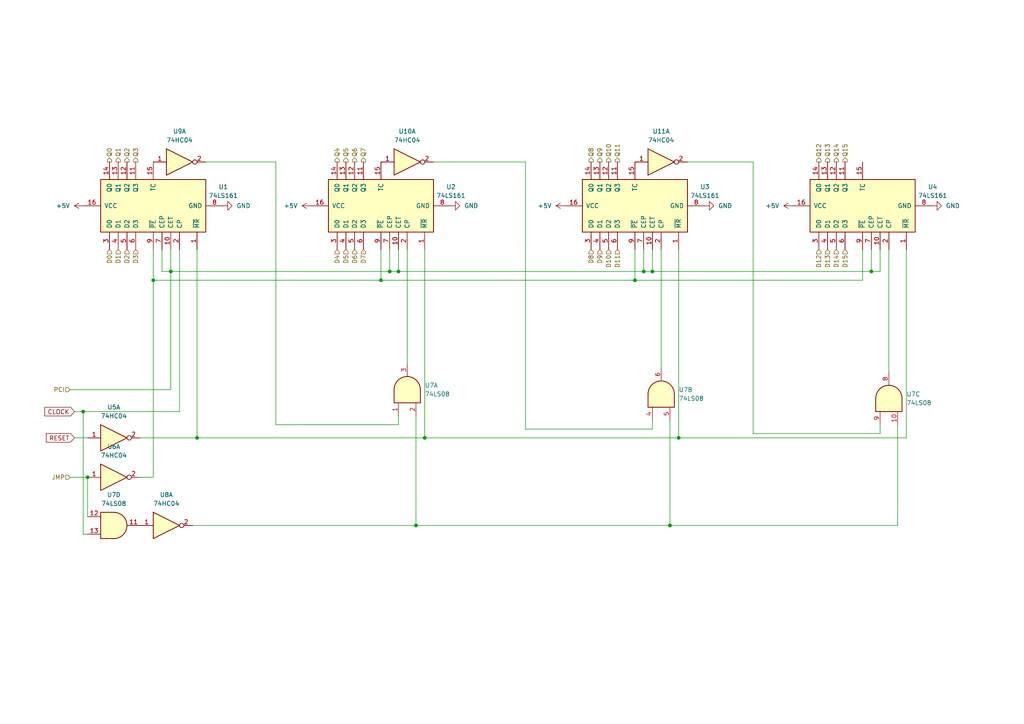
<source format=kicad_sch>
(kicad_sch (version 20231120) (generator "eeschema") (generator_version "8.0")
  (paper "A4")
  (lib_symbols
    (symbol "74xx:74LS04"
      (property "Reference" "U" (at 0 1.27 0))
      (property "Value" "74LS04" (at 0 -1.27 0))
      (symbol "74LS04_1_0"
        (polyline (pts (xy -3.81 3.81) (xy -3.81 -3.81) (xy 3.81 0) (xy -3.81 3.81)) (stroke (width 0.254)) (fill (type background)))
        (pin input line (at -7.62 0 0) (length 3.81) (name "~") (number "1"))
        (pin output inverted (at 7.62 0 180) (length 3.81) (name "~") (number "2"))
      )
      (symbol "74LS04_2_0"
        (polyline (pts (xy -3.81 3.81) (xy -3.81 -3.81) (xy 3.81 0) (xy -3.81 3.81)) (stroke (width 0.254)) (fill (type background)))
        (pin input line (at -7.62 0 0) (length 3.81) (name "~") (number "3"))
        (pin output inverted (at 7.62 0 180) (length 3.81) (name "~") (number "4"))
      )
      (symbol "74LS04_3_0"
        (polyline (pts (xy -3.81 3.81) (xy -3.81 -3.81) (xy 3.81 0) (xy -3.81 3.81)) (stroke (width 0.254)) (fill (type background)))
        (pin input line (at -7.62 0 0) (length 3.81) (name "~") (number "5"))
        (pin output inverted (at 7.62 0 180) (length 3.81) (name "~") (number "6"))
      )
      (symbol "74LS04_4_0"
        (polyline (pts (xy -3.81 3.81) (xy -3.81 -3.81) (xy 3.81 0) (xy -3.81 3.81)) (stroke (width 0.254)) (fill (type background)))
        (pin output inverted (at 7.62 0 180) (length 3.81) (name "~") (number "8"))
        (pin input line (at -7.62 0 0) (length 3.81) (name "~") (number "9"))
      )
      (symbol "74LS04_5_0"
        (polyline (pts (xy -3.81 3.81) (xy -3.81 -3.81) (xy 3.81 0) (xy -3.81 3.81)) (stroke (width 0.254)) (fill (type background)))
        (pin output inverted (at 7.62 0 180) (length 3.81) (name "~") (number "10"))
        (pin input line (at -7.62 0 0) (length 3.81) (name "~") (number "11"))
      )
      (symbol "74LS04_6_0"
        (polyline (pts (xy -3.81 3.81) (xy -3.81 -3.81) (xy 3.81 0) (xy -3.81 3.81)) (stroke (width 0.254)) (fill (type background)))
        (pin output inverted (at 7.62 0 180) (length 3.81) (name "~") (number "12"))
        (pin input line (at -7.62 0 0) (length 3.81) (name "~") (number "13"))
      )
      (symbol "74LS04_7_0"
        (pin power_in line (at 0 12.7 270) (length 5.08) (name "VCC") (number "14"))
        (pin power_in line (at 0 -12.7 90) (length 5.08) (name "GND") (number "7"))
      )
      (symbol "74LS04_7_1"
        (rectangle (start -5.08 7.62) (end 5.08 -7.62) (stroke (width 0.254)) (fill (type background)))
      )
    )
    (symbol "74xx:74LS08" (pin_names (offset 1.016))
      (property "Reference" "U" (at 0 1.27 0))
      (property "Value" "74LS08" (at 0 -1.27 0))
      (symbol "74LS08_1_1"
        (arc (start 0 -3.81) (mid 3.7934 0) (end 0 3.81) (stroke (width 0.254)) (fill (type background)))
        (polyline (pts (xy 0 3.81) (xy -3.81 3.81) (xy -3.81 -3.81) (xy 0 -3.81)) (stroke (width 0.254)) (fill (type background)))
        (pin input line (at -7.62 2.54 0) (length 3.81) (name "~") (number "1"))
        (pin input line (at -7.62 -2.54 0) (length 3.81) (name "~") (number "2"))
        (pin output line (at 7.62 0 180) (length 3.81) (name "~") (number "3"))
      )
      (symbol "74LS08_1_2"
        (arc (start -3.81 -3.81) (mid -2.589 0) (end -3.81 3.81) (stroke (width 0.254)))
        (arc (start -0.6096 -3.81) (mid 2.1842 -2.5851) (end 3.81 0) (stroke (width 0.254)) (fill (type background)))
        (polyline (pts (xy -3.81 -3.81) (xy -0.635 -3.81)) (stroke (width 0.254)) (fill (type background)))
        (polyline (pts (xy -3.81 3.81) (xy -0.635 3.81)) (stroke (width 0.254)) (fill (type background)))
        (polyline (pts (xy -0.635 3.81) (xy -3.81 3.81) (xy -3.81 3.81) (xy -3.556 3.4036) (xy -3.0226 2.2606) (xy -2.6924 1.0414) (xy -2.6162 -0.254) (xy -2.7686 -1.4986) (xy -3.175 -2.7178) (xy -3.81 -3.81) (xy -3.81 -3.81) (xy -0.635 -3.81)) (stroke (width -25.4)) (fill (type background)))
        (arc (start 3.81 0) (mid 2.1915 2.5936) (end -0.6096 3.81) (stroke (width 0.254)) (fill (type background)))
        (pin input inverted (at -7.62 2.54 0) (length 4.318) (name "~") (number "1"))
        (pin input inverted (at -7.62 -2.54 0) (length 4.318) (name "~") (number "2"))
        (pin output inverted (at 7.62 0 180) (length 3.81) (name "~") (number "3"))
      )
      (symbol "74LS08_2_1"
        (arc (start 0 -3.81) (mid 3.7934 0) (end 0 3.81) (stroke (width 0.254)) (fill (type background)))
        (polyline (pts (xy 0 3.81) (xy -3.81 3.81) (xy -3.81 -3.81) (xy 0 -3.81)) (stroke (width 0.254)) (fill (type background)))
        (pin input line (at -7.62 2.54 0) (length 3.81) (name "~") (number "4"))
        (pin input line (at -7.62 -2.54 0) (length 3.81) (name "~") (number "5"))
        (pin output line (at 7.62 0 180) (length 3.81) (name "~") (number "6"))
      )
      (symbol "74LS08_2_2"
        (arc (start -3.81 -3.81) (mid -2.589 0) (end -3.81 3.81) (stroke (width 0.254)))
        (arc (start -0.6096 -3.81) (mid 2.1842 -2.5851) (end 3.81 0) (stroke (width 0.254)) (fill (type background)))
        (polyline (pts (xy -3.81 -3.81) (xy -0.635 -3.81)) (stroke (width 0.254)) (fill (type background)))
        (polyline (pts (xy -3.81 3.81) (xy -0.635 3.81)) (stroke (width 0.254)) (fill (type background)))
        (polyline (pts (xy -0.635 3.81) (xy -3.81 3.81) (xy -3.81 3.81) (xy -3.556 3.4036) (xy -3.0226 2.2606) (xy -2.6924 1.0414) (xy -2.6162 -0.254) (xy -2.7686 -1.4986) (xy -3.175 -2.7178) (xy -3.81 -3.81) (xy -3.81 -3.81) (xy -0.635 -3.81)) (stroke (width -25.4)) (fill (type background)))
        (arc (start 3.81 0) (mid 2.1915 2.5936) (end -0.6096 3.81) (stroke (width 0.254)) (fill (type background)))
        (pin input inverted (at -7.62 2.54 0) (length 4.318) (name "~") (number "4"))
        (pin input inverted (at -7.62 -2.54 0) (length 4.318) (name "~") (number "5"))
        (pin output inverted (at 7.62 0 180) (length 3.81) (name "~") (number "6"))
      )
      (symbol "74LS08_3_1"
        (arc (start 0 -3.81) (mid 3.7934 0) (end 0 3.81) (stroke (width 0.254)) (fill (type background)))
        (polyline (pts (xy 0 3.81) (xy -3.81 3.81) (xy -3.81 -3.81) (xy 0 -3.81)) (stroke (width 0.254)) (fill (type background)))
        (pin input line (at -7.62 -2.54 0) (length 3.81) (name "~") (number "10"))
        (pin output line (at 7.62 0 180) (length 3.81) (name "~") (number "8"))
        (pin input line (at -7.62 2.54 0) (length 3.81) (name "~") (number "9"))
      )
      (symbol "74LS08_3_2"
        (arc (start -3.81 -3.81) (mid -2.589 0) (end -3.81 3.81) (stroke (width 0.254)))
        (arc (start -0.6096 -3.81) (mid 2.1842 -2.5851) (end 3.81 0) (stroke (width 0.254)) (fill (type background)))
        (polyline (pts (xy -3.81 -3.81) (xy -0.635 -3.81)) (stroke (width 0.254)) (fill (type background)))
        (polyline (pts (xy -3.81 3.81) (xy -0.635 3.81)) (stroke (width 0.254)) (fill (type background)))
        (polyline (pts (xy -0.635 3.81) (xy -3.81 3.81) (xy -3.81 3.81) (xy -3.556 3.4036) (xy -3.0226 2.2606) (xy -2.6924 1.0414) (xy -2.6162 -0.254) (xy -2.7686 -1.4986) (xy -3.175 -2.7178) (xy -3.81 -3.81) (xy -3.81 -3.81) (xy -0.635 -3.81)) (stroke (width -25.4)) (fill (type background)))
        (arc (start 3.81 0) (mid 2.1915 2.5936) (end -0.6096 3.81) (stroke (width 0.254)) (fill (type background)))
        (pin input inverted (at -7.62 -2.54 0) (length 4.318) (name "~") (number "10"))
        (pin output inverted (at 7.62 0 180) (length 3.81) (name "~") (number "8"))
        (pin input inverted (at -7.62 2.54 0) (length 4.318) (name "~") (number "9"))
      )
      (symbol "74LS08_4_1"
        (arc (start 0 -3.81) (mid 3.7934 0) (end 0 3.81) (stroke (width 0.254)) (fill (type background)))
        (polyline (pts (xy 0 3.81) (xy -3.81 3.81) (xy -3.81 -3.81) (xy 0 -3.81)) (stroke (width 0.254)) (fill (type background)))
        (pin output line (at 7.62 0 180) (length 3.81) (name "~") (number "11"))
        (pin input line (at -7.62 2.54 0) (length 3.81) (name "~") (number "12"))
        (pin input line (at -7.62 -2.54 0) (length 3.81) (name "~") (number "13"))
      )
      (symbol "74LS08_4_2"
        (arc (start -3.81 -3.81) (mid -2.589 0) (end -3.81 3.81) (stroke (width 0.254)))
        (arc (start -0.6096 -3.81) (mid 2.1842 -2.5851) (end 3.81 0) (stroke (width 0.254)) (fill (type background)))
        (polyline (pts (xy -3.81 -3.81) (xy -0.635 -3.81)) (stroke (width 0.254)) (fill (type background)))
        (polyline (pts (xy -3.81 3.81) (xy -0.635 3.81)) (stroke (width 0.254)) (fill (type background)))
        (polyline (pts (xy -0.635 3.81) (xy -3.81 3.81) (xy -3.81 3.81) (xy -3.556 3.4036) (xy -3.0226 2.2606) (xy -2.6924 1.0414) (xy -2.6162 -0.254) (xy -2.7686 -1.4986) (xy -3.175 -2.7178) (xy -3.81 -3.81) (xy -3.81 -3.81) (xy -0.635 -3.81)) (stroke (width -25.4)) (fill (type background)))
        (arc (start 3.81 0) (mid 2.1915 2.5936) (end -0.6096 3.81) (stroke (width 0.254)) (fill (type background)))
        (pin output inverted (at 7.62 0 180) (length 3.81) (name "~") (number "11"))
        (pin input inverted (at -7.62 2.54 0) (length 4.318) (name "~") (number "12"))
        (pin input inverted (at -7.62 -2.54 0) (length 4.318) (name "~") (number "13"))
      )
      (symbol "74LS08_5_0"
        (pin power_in line (at 0 12.7 270) (length 5.08) (name "VCC") (number "14"))
        (pin power_in line (at 0 -12.7 90) (length 5.08) (name "GND") (number "7"))
      )
      (symbol "74LS08_5_1"
        (rectangle (start -5.08 7.62) (end 5.08 -7.62) (stroke (width 0.254)) (fill (type background)))
      )
    )
    (symbol "74xx:74LS161" (pin_names (offset 1.016))
      (property "Reference" "U" (at -7.62 16.51 0))
      (property "Value" "74LS161" (at -7.62 -16.51 0))
      (symbol "74LS161_1_0"
        (pin input line (at -12.7 -12.7 0) (length 5.08) (name "~{MR}") (number "1"))
        (pin input line (at -12.7 -5.08 0) (length 5.08) (name "CET") (number "10"))
        (pin output line (at 12.7 5.08 180) (length 5.08) (name "Q3") (number "11"))
        (pin output line (at 12.7 7.62 180) (length 5.08) (name "Q2") (number "12"))
        (pin output line (at 12.7 10.16 180) (length 5.08) (name "Q1") (number "13"))
        (pin output line (at 12.7 12.7 180) (length 5.08) (name "Q0") (number "14"))
        (pin output line (at 12.7 0 180) (length 5.08) (name "TC") (number "15"))
        (pin power_in line (at 0 20.32 270) (length 5.08) (name "VCC") (number "16"))
        (pin input line (at -12.7 -7.62 0) (length 5.08) (name "CP") (number "2"))
        (pin input line (at -12.7 12.7 0) (length 5.08) (name "D0") (number "3"))
        (pin input line (at -12.7 10.16 0) (length 5.08) (name "D1") (number "4"))
        (pin input line (at -12.7 7.62 0) (length 5.08) (name "D2") (number "5"))
        (pin input line (at -12.7 5.08 0) (length 5.08) (name "D3") (number "6"))
        (pin input line (at -12.7 -2.54 0) (length 5.08) (name "CEP") (number "7"))
        (pin power_in line (at 0 -20.32 90) (length 5.08) (name "GND") (number "8"))
        (pin input line (at -12.7 0 0) (length 5.08) (name "~{PE}") (number "9"))
      )
      (symbol "74LS161_1_1"
        (rectangle (start -7.62 15.24) (end 7.62 -15.24) (stroke (width 0.254)) (fill (type background)))
      )
    )
    (symbol "power:+5V" (power) (pin_numbers hide) (pin_names (offset 0) hide)
      (property "Value" "+5V" (at 0 3.556 0))
      (symbol "+5V_0_1"
        (polyline (pts (xy -0.762 1.27) (xy 0 2.54)))
        (polyline (pts (xy 0 0) (xy 0 2.54)))
        (polyline (pts (xy 0 2.54) (xy 0.762 1.27)))
      )
      (symbol "+5V_1_1"
        (pin power_in line (at 0 0 90) (length 0) (name "~") (number "1"))
      )
    )
    (symbol "power:GND" (power) (pin_numbers hide) (pin_names (offset 0) hide)
      (property "Value" "GND" (at 0 -3.81 0))
      (symbol "GND_0_1"
        (polyline (pts (xy 0 0) (xy 0 -1.27) (xy 1.27 -1.27) (xy 0 -2.54) (xy -1.27 -1.27) (xy 0 -1.27)))
      )
      (symbol "GND_1_1"
        (pin power_in line (at 0 0 270) (length 0) (name "~") (number "1"))
      )
    )
  )
  (junction (at 49.53 78.74))
  (junction (at 123.19 127))
  (junction (at 44.45 81.28))
  (junction (at 25.4 138.43))
  (junction (at 57.15 127))
  (junction (at 189.23 78.74))
  (junction (at 24.13 119.38))
  (junction (at 252.73 78.74))
  (junction (at 115.57 78.74))
  (junction (at 184.15 81.28))
  (junction (at 113.03 78.74))
  (junction (at 110.49 81.28))
  (junction (at 186.69 78.74))
  (junction (at 120.65 152.4))
  (junction (at 194.31 152.4))
  (junction (at 196.85 127))
  (wire (pts (xy 260.35 123.19) (xy 260.35 152.4)))
  (wire (pts (xy 218.44 46.99) (xy 218.44 125.73)))
  (wire (pts (xy 199.39 46.99) (xy 218.44 46.99)))
  (wire (pts (xy 25.4 138.43) (xy 25.4 149.86)))
  (wire (pts (xy 25.4 154.94) (xy 24.13 154.94)))
  (wire (pts (xy 20.32 113.03) (xy 49.53 113.03)))
  (wire (pts (xy 46.99 78.74) (xy 49.53 78.74)))
  (wire (pts (xy 186.69 72.39) (xy 186.69 78.74)))
  (wire (pts (xy 196.85 127) (xy 262.89 127)))
  (wire (pts (xy 80.01 123.19) (xy 115.57 123.19)))
  (wire (pts (xy 40.64 127) (xy 57.15 127)))
  (wire (pts (xy 255.27 78.74) (xy 252.73 78.74)))
  (wire (pts (xy 44.45 72.39) (xy 44.45 81.28)))
  (wire (pts (xy 123.19 127) (xy 123.19 72.39)))
  (wire (pts (xy 189.23 78.74) (xy 186.69 78.74)))
  (wire (pts (xy 21.59 119.38) (xy 24.13 119.38)))
  (wire (pts (xy 21.59 127) (xy 25.4 127)))
  (wire (pts (xy 115.57 78.74) (xy 113.03 78.74)))
  (wire (pts (xy 125.73 46.99) (xy 152.4 46.99)))
  (wire (pts (xy 24.13 154.94) (xy 24.13 119.38)))
  (wire (pts (xy 196.85 127) (xy 196.85 72.39)))
  (wire (pts (xy 44.45 81.28) (xy 44.45 138.43)))
  (wire (pts (xy 52.07 72.39) (xy 52.07 119.38)))
  (wire (pts (xy 191.77 72.39) (xy 191.77 106.68)))
  (wire (pts (xy 59.69 46.99) (xy 80.01 46.99)))
  (wire (pts (xy 255.27 72.39) (xy 255.27 78.74)))
  (wire (pts (xy 57.15 127) (xy 123.19 127)))
  (wire (pts (xy 46.99 72.39) (xy 46.99 78.74)))
  (wire (pts (xy 110.49 72.39) (xy 110.49 81.28)))
  (wire (pts (xy 262.89 127) (xy 262.89 72.39)))
  (wire (pts (xy 194.31 152.4) (xy 120.65 152.4)))
  (wire (pts (xy 189.23 124.46) (xy 189.23 121.92)))
  (wire (pts (xy 123.19 127) (xy 196.85 127)))
  (wire (pts (xy 152.4 46.99) (xy 152.4 124.46)))
  (wire (pts (xy 120.65 120.65) (xy 120.65 152.4)))
  (wire (pts (xy 255.27 125.73) (xy 255.27 123.19)))
  (wire (pts (xy 252.73 78.74) (xy 189.23 78.74)))
  (wire (pts (xy 152.4 124.46) (xy 189.23 124.46)))
  (wire (pts (xy 80.01 46.99) (xy 80.01 123.19)))
  (wire (pts (xy 49.53 78.74) (xy 49.53 113.03)))
  (wire (pts (xy 250.19 72.39) (xy 250.19 81.28)))
  (wire (pts (xy 113.03 72.39) (xy 113.03 78.74)))
  (wire (pts (xy 118.11 72.39) (xy 118.11 105.41)))
  (wire (pts (xy 184.15 81.28) (xy 110.49 81.28)))
  (wire (pts (xy 250.19 81.28) (xy 184.15 81.28)))
  (wire (pts (xy 115.57 123.19) (xy 115.57 120.65)))
  (wire (pts (xy 184.15 72.39) (xy 184.15 81.28)))
  (wire (pts (xy 24.13 119.38) (xy 52.07 119.38)))
  (wire (pts (xy 260.35 152.4) (xy 194.31 152.4)))
  (wire (pts (xy 186.69 78.74) (xy 115.57 78.74)))
  (wire (pts (xy 110.49 81.28) (xy 44.45 81.28)))
  (wire (pts (xy 257.81 72.39) (xy 257.81 107.95)))
  (wire (pts (xy 44.45 138.43) (xy 40.64 138.43)))
  (wire (pts (xy 189.23 72.39) (xy 189.23 78.74)))
  (wire (pts (xy 194.31 121.92) (xy 194.31 152.4)))
  (wire (pts (xy 113.03 78.74) (xy 49.53 78.74)))
  (wire (pts (xy 57.15 127) (xy 57.15 72.39)))
  (wire (pts (xy 20.32 138.43) (xy 25.4 138.43)))
  (wire (pts (xy 49.53 72.39) (xy 49.53 78.74)))
  (wire (pts (xy 218.44 125.73) (xy 255.27 125.73)))
  (wire (pts (xy 252.73 72.39) (xy 252.73 78.74)))
  (wire (pts (xy 120.65 152.4) (xy 55.88 152.4)))
  (wire (pts (xy 115.57 72.39) (xy 115.57 78.74)))
  (global_label "CLOCK" (shape input) (at 21.59 119.38 180) (property "Intersheetrefs" "${INTERSHEET_REFS}" (effects (hide yes))))
  (global_label "RESET" (shape input) (at 21.59 127 180) (property "Intersheetrefs" "${INTERSHEET_REFS}" (effects (hide yes))))
  (hierarchical_label "PCI" (shape input) (at 20.32 113.03 180))
  (hierarchical_label "D1" (shape input) (at 34.29 72.39 270))
  (hierarchical_label "D10" (shape input) (at 176.53 72.39 270))
  (hierarchical_label "Q4" (shape output) (at 97.79 46.99 90))
  (hierarchical_label "Q10" (shape output) (at 176.53 46.99 90))
  (hierarchical_label "Q0" (shape output) (at 31.75 46.99 90))
  (hierarchical_label "D11" (shape input) (at 179.07 72.39 270))
  (hierarchical_label "Q12" (shape output) (at 237.49 46.99 90))
  (hierarchical_label "D12" (shape input) (at 237.49 72.39 270))
  (hierarchical_label "Q13" (shape output) (at 240.03 46.99 90))
  (hierarchical_label "Q9" (shape output) (at 173.99 46.99 90))
  (hierarchical_label "D3" (shape input) (at 39.37 72.39 270))
  (hierarchical_label "Q14" (shape output) (at 242.57 46.99 90))
  (hierarchical_label "Q11" (shape output) (at 179.07 46.99 90))
  (hierarchical_label "Q15" (shape output) (at 245.11 46.99 90))
  (hierarchical_label "Q8" (shape output) (at 171.45 46.99 90))
  (hierarchical_label "Q6" (shape output) (at 102.87 46.99 90))
  (hierarchical_label "D9" (shape input) (at 173.99 72.39 270))
  (hierarchical_label "Q7" (shape output) (at 105.41 46.99 90))
  (hierarchical_label "D15" (shape input) (at 245.11 72.39 270))
  (hierarchical_label "D7" (shape input) (at 105.41 72.39 270))
  (hierarchical_label "D4" (shape input) (at 97.79 72.39 270))
  (hierarchical_label "D2" (shape input) (at 36.83 72.39 270))
  (hierarchical_label "D14" (shape input) (at 242.57 72.39 270))
  (hierarchical_label "D8" (shape input) (at 171.45 72.39 270))
  (hierarchical_label "JMP" (shape input) (at 20.32 138.43 180))
  (hierarchical_label "Q3" (shape output) (at 39.37 46.99 90))
  (hierarchical_label "Q2" (shape output) (at 36.83 46.99 90))
  (hierarchical_label "D5" (shape input) (at 100.33 72.39 270))
  (hierarchical_label "D6" (shape input) (at 102.87 72.39 270))
  (hierarchical_label "D13" (shape input) (at 240.03 72.39 270))
  (hierarchical_label "Q5" (shape output) (at 100.33 46.99 90))
  (hierarchical_label "Q1" (shape output) (at 34.29 46.99 90))
  (hierarchical_label "D0" (shape input) (at 31.75 72.39 270))
  (symbol (lib_id "74xx:74LS08") (at 257.81 115.57 90) (unit 3)
    (property "Reference" "U7" (at 262.89 114.3082 90) (effects (justify right)))
    (property "Value" "74LS08" (at 262.89 116.8482 90) (effects (justify right)))
    (property "Datasheet" "http://www.ti.com/lit/gpn/sn74LS08" (effects (hide yes)))
    (property "Description" "Quad And2" (effects (hide yes)))
  )
  (symbol (lib_id "power:GND") (at 270.51 59.69 90) (unit 1)
    (property "Reference" "#PWR08" (effects (hide yes)))
    (property "Value" "GND" (at 274.32 59.6899 90) (effects (justify right)))
    (property "Description" "Power symbol creates a global label with name \"GND\" , ground" (effects (hide yes)))
  )
  (symbol (lib_id "74xx:74LS08") (at 33.02 152.4 0) (unit 4)
    (property "Reference" "U7" (at 33.0117 143.51 0))
    (property "Value" "74LS08" (at 33.0117 146.05 0))
    (property "Datasheet" "http://www.ti.com/lit/gpn/sn74LS08" (effects (hide yes)))
    (property "Description" "Quad And2" (effects (hide yes)))
  )
  (symbol (lib_id "74xx:74LS161") (at 250.19 59.69 90) (unit 1)
    (property "Reference" "U4" (at 270.51 54.1938 90))
    (property "Value" "74LS161" (at 270.51 56.7338 90))
    (property "Datasheet" "http://www.ti.com/lit/gpn/sn74LS161" (effects (hide yes)))
    (property "Description" "Synchronous 4-bit programmable binary Counter" (effects (hide yes)))
  )
  (symbol (lib_id "power:+5V") (at 163.83 59.69 90) (unit 1)
    (property "Reference" "#PWR03" (effects (hide yes)))
    (property "Value" "+5V" (at 160.02 59.6899 90) (effects (justify left)))
    (property "Description" "Power symbol creates a global label with name \"+5V\"" (effects (hide yes)))
  )
  (symbol (lib_id "74xx:74LS04") (at 118.11 46.99 0) (unit 1)
    (property "Reference" "U10" (at 118.11 38.1 0))
    (property "Value" "74HC04" (at 118.11 40.64 0))
    (property "Datasheet" "http://www.ti.com/lit/gpn/sn74LS04" (effects (hide yes)))
    (property "Description" "Hex Inverter" (effects (hide yes)))
  )
  (symbol (lib_id "74xx:74LS04") (at 191.77 46.99 0) (unit 1)
    (property "Reference" "U11" (at 191.77 38.1 0))
    (property "Value" "74HC04" (at 191.77 40.64 0))
    (property "Datasheet" "http://www.ti.com/lit/gpn/sn74LS04" (effects (hide yes)))
    (property "Description" "Hex Inverter" (effects (hide yes)))
  )
  (symbol (lib_id "74xx:74LS04") (at 33.02 138.43 0) (unit 1)
    (property "Reference" "U6" (at 33.02 129.54 0))
    (property "Value" "74HC04" (at 33.02 132.08 0))
    (property "Datasheet" "http://www.ti.com/lit/gpn/sn74LS04" (effects (hide yes)))
    (property "Description" "Hex Inverter" (effects (hide yes)))
  )
  (symbol (lib_id "power:GND") (at 130.81 59.69 90) (unit 1)
    (property "Reference" "#PWR06" (effects (hide yes)))
    (property "Value" "GND" (at 134.62 59.6899 90) (effects (justify right)))
    (property "Description" "Power symbol creates a global label with name \"GND\" , ground" (effects (hide yes)))
  )
  (symbol (lib_id "power:+5V") (at 229.87 59.69 90) (unit 1)
    (property "Reference" "#PWR04" (effects (hide yes)))
    (property "Value" "+5V" (at 226.06 59.6899 90) (effects (justify left)))
    (property "Description" "Power symbol creates a global label with name \"+5V\"" (effects (hide yes)))
  )
  (symbol (lib_id "74xx:74LS04") (at 48.26 152.4 0) (unit 1)
    (property "Reference" "U8" (at 48.26 143.51 0))
    (property "Value" "74HC04" (at 48.26 146.05 0))
    (property "Datasheet" "http://www.ti.com/lit/gpn/sn74LS04" (effects (hide yes)))
    (property "Description" "Hex Inverter" (effects (hide yes)))
  )
  (symbol (lib_id "74xx:74LS161") (at 44.45 59.69 90) (unit 1)
    (property "Reference" "U1" (at 64.77 54.1938 90))
    (property "Value" "74LS161" (at 64.77 56.7338 90))
    (property "Datasheet" "http://www.ti.com/lit/gpn/sn74LS161" (effects (hide yes)))
    (property "Description" "Synchronous 4-bit programmable binary Counter" (effects (hide yes)))
  )
  (symbol (lib_id "power:+5V") (at 90.17 59.69 90) (unit 1)
    (property "Reference" "#PWR02" (effects (hide yes)))
    (property "Value" "+5V" (at 86.36 59.6899 90) (effects (justify left)))
    (property "Description" "Power symbol creates a global label with name \"+5V\"" (effects (hide yes)))
  )
  (symbol (lib_id "74xx:74LS161") (at 110.49 59.69 90) (unit 1)
    (property "Reference" "U2" (at 130.81 54.1938 90))
    (property "Value" "74LS161" (at 130.81 56.7338 90))
    (property "Datasheet" "http://www.ti.com/lit/gpn/sn74LS161" (effects (hide yes)))
    (property "Description" "Synchronous 4-bit programmable binary Counter" (effects (hide yes)))
  )
  (symbol (lib_id "power:GND") (at 204.47 59.69 90) (unit 1)
    (property "Reference" "#PWR07" (effects (hide yes)))
    (property "Value" "GND" (at 208.28 59.6899 90) (effects (justify right)))
    (property "Description" "Power symbol creates a global label with name \"GND\" , ground" (effects (hide yes)))
  )
  (symbol (lib_id "74xx:74LS04") (at 52.07 46.99 0) (unit 1)
    (property "Reference" "U9" (at 52.07 38.1 0))
    (property "Value" "74HC04" (at 52.07 40.64 0))
    (property "Datasheet" "http://www.ti.com/lit/gpn/sn74LS04" (effects (hide yes)))
    (property "Description" "Hex Inverter" (effects (hide yes)))
  )
  (symbol (lib_id "74xx:74LS04") (at 33.02 127 0) (unit 1)
    (property "Reference" "U5" (at 33.02 118.11 0))
    (property "Value" "74HC04" (at 33.02 120.65 0))
    (property "Datasheet" "http://www.ti.com/lit/gpn/sn74LS04" (effects (hide yes)))
    (property "Description" "Hex Inverter" (effects (hide yes)))
  )
  (symbol (lib_id "74xx:74LS161") (at 184.15 59.69 90) (unit 1)
    (property "Reference" "U3" (at 204.47 54.1938 90))
    (property "Value" "74LS161" (at 204.47 56.7338 90))
    (property "Datasheet" "http://www.ti.com/lit/gpn/sn74LS161" (effects (hide yes)))
    (property "Description" "Synchronous 4-bit programmable binary Counter" (effects (hide yes)))
  )
  (symbol (lib_id "74xx:74LS08") (at 118.11 113.03 90) (unit 1)
    (property "Reference" "U7" (at 123.19 111.7682 90) (effects (justify right)))
    (property "Value" "74LS08" (at 123.19 114.3082 90) (effects (justify right)))
    (property "Datasheet" "http://www.ti.com/lit/gpn/sn74LS08" (effects (hide yes)))
    (property "Description" "Quad And2" (effects (hide yes)))
  )
  (symbol (lib_id "power:+5V") (at 24.13 59.69 90) (unit 1)
    (property "Reference" "#PWR01" (effects (hide yes)))
    (property "Value" "+5V" (at 20.32 59.6899 90) (effects (justify left)))
    (property "Description" "Power symbol creates a global label with name \"+5V\"" (effects (hide yes)))
  )
  (symbol (lib_id "74xx:74LS08") (at 191.77 114.3 90) (unit 2)
    (property "Reference" "U7" (at 196.85 113.0382 90) (effects (justify right)))
    (property "Value" "74LS08" (at 196.85 115.5782 90) (effects (justify right)))
    (property "Datasheet" "http://www.ti.com/lit/gpn/sn74LS08" (effects (hide yes)))
    (property "Description" "Quad And2" (effects (hide yes)))
  )
  (symbol (lib_id "power:GND") (at 64.77 59.69 90) (unit 1)
    (property "Reference" "#PWR05" (effects (hide yes)))
    (property "Value" "GND" (at 68.58 59.6899 90) (effects (justify right)))
    (property "Description" "Power symbol creates a global label with name \"GND\" , ground" (effects (hide yes)))
  )
)
</source>
